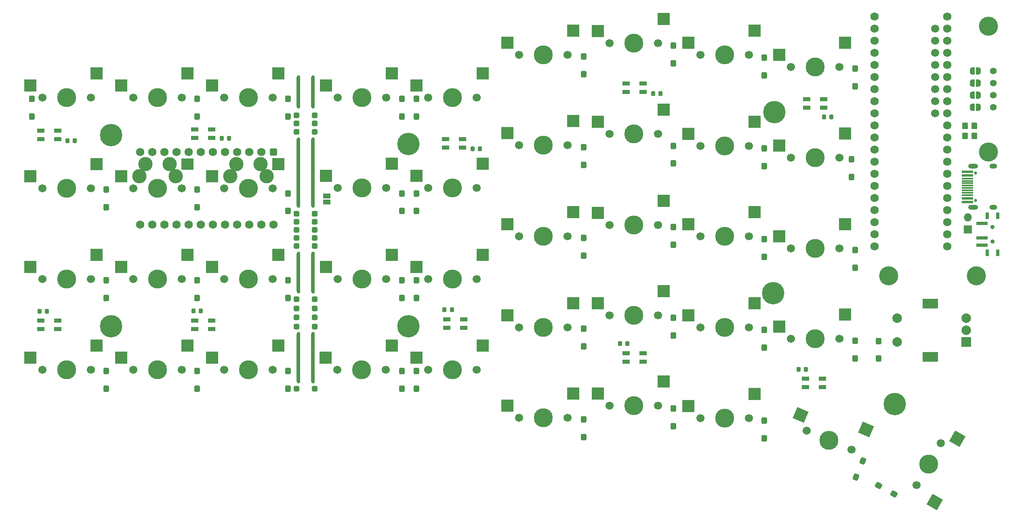
<source format=gbr>
G04 #@! TF.GenerationSoftware,KiCad,Pcbnew,(6.0.6)*
G04 #@! TF.CreationDate,2022-08-01T11:52:36+07:00*
G04 #@! TF.ProjectId,SofleKeyboard,536f666c-654b-4657-9962-6f6172642e6b,rev?*
G04 #@! TF.SameCoordinates,Original*
G04 #@! TF.FileFunction,Soldermask,Bot*
G04 #@! TF.FilePolarity,Negative*
%FSLAX46Y46*%
G04 Gerber Fmt 4.6, Leading zero omitted, Abs format (unit mm)*
G04 Created by KiCad (PCBNEW (6.0.6)) date 2022-08-01 11:52:36*
%MOMM*%
%LPD*%
G01*
G04 APERTURE LIST*
G04 Aperture macros list*
%AMRoundRect*
0 Rectangle with rounded corners*
0 $1 Rounding radius*
0 $2 $3 $4 $5 $6 $7 $8 $9 X,Y pos of 4 corners*
0 Add a 4 corners polygon primitive as box body*
4,1,4,$2,$3,$4,$5,$6,$7,$8,$9,$2,$3,0*
0 Add four circle primitives for the rounded corners*
1,1,$1+$1,$2,$3*
1,1,$1+$1,$4,$5*
1,1,$1+$1,$6,$7*
1,1,$1+$1,$8,$9*
0 Add four rect primitives between the rounded corners*
20,1,$1+$1,$2,$3,$4,$5,0*
20,1,$1+$1,$4,$5,$6,$7,0*
20,1,$1+$1,$6,$7,$8,$9,0*
20,1,$1+$1,$8,$9,$2,$3,0*%
%AMRotRect*
0 Rectangle, with rotation*
0 The origin of the aperture is its center*
0 $1 length*
0 $2 width*
0 $3 Rotation angle, in degrees counterclockwise*
0 Add horizontal line*
21,1,$1,$2,0,0,$3*%
%AMFreePoly0*
4,1,22,0.500000,-0.750000,0.000000,-0.750000,0.000000,-0.745033,-0.079941,-0.743568,-0.215256,-0.701293,-0.333266,-0.622738,-0.424486,-0.514219,-0.481581,-0.384460,-0.499164,-0.250000,-0.500000,-0.250000,-0.500000,0.250000,-0.499164,0.250000,-0.499963,0.256109,-0.478152,0.396186,-0.417904,0.524511,-0.324060,0.630769,-0.204165,0.706417,-0.067858,0.745374,0.000000,0.744959,0.000000,0.750000,
0.500000,0.750000,0.500000,-0.750000,0.500000,-0.750000,$1*%
%AMFreePoly1*
4,1,20,0.000000,0.744959,0.073905,0.744508,0.209726,0.703889,0.328688,0.626782,0.421226,0.519385,0.479903,0.390333,0.500000,0.250000,0.500000,-0.250000,0.499851,-0.262216,0.476331,-0.402017,0.414519,-0.529596,0.319384,-0.634700,0.198574,-0.708877,0.061801,-0.746166,0.000000,-0.745033,0.000000,-0.750000,-0.500000,-0.750000,-0.500000,0.750000,0.000000,0.750000,0.000000,0.744959,
0.000000,0.744959,$1*%
G04 Aperture macros list end*
%ADD10C,4.700000*%
%ADD11C,1.701800*%
%ADD12C,3.987800*%
%ADD13C,1.700000*%
%ADD14R,2.550000X2.500000*%
%ADD15RotRect,2.550000X2.500000X240.000000*%
%ADD16RotRect,2.550000X2.500000X337.000000*%
%ADD17C,4.000000*%
%ADD18C,3.000000*%
%ADD19R,2.550000X2.350000*%
%ADD20RoundRect,0.300000X0.300000X0.300000X-0.300000X0.300000X-0.300000X-0.300000X0.300000X-0.300000X0*%
%ADD21O,0.762000X14.750000*%
%ADD22C,1.752600*%
%ADD23R,1.600000X0.850000*%
%ADD24O,0.762000X8.800000*%
%ADD25C,0.650000*%
%ADD26O,2.100000X1.000000*%
%ADD27O,1.600000X1.000000*%
%ADD28O,0.762000X7.000000*%
%ADD29C,0.900000*%
%ADD30C,1.400000*%
%ADD31R,1.700000X1.700000*%
%ADD32O,1.700000X1.700000*%
%ADD33RoundRect,0.250000X0.350000X0.450000X-0.350000X0.450000X-0.350000X-0.450000X0.350000X-0.450000X0*%
%ADD34O,0.762000X10.800000*%
%ADD35R,2.000000X2.000000*%
%ADD36C,2.000000*%
%ADD37R,3.200000X2.000000*%
%ADD38RoundRect,0.300000X0.300000X-0.395000X0.300000X0.395000X-0.300000X0.395000X-0.300000X-0.395000X0*%
%ADD39RoundRect,0.300000X-0.300000X0.395000X-0.300000X-0.395000X0.300000X-0.395000X0.300000X0.395000X0*%
%ADD40FreePoly0,0.000000*%
%ADD41FreePoly1,0.000000*%
%ADD42RoundRect,0.300000X0.121813X-0.480819X0.430490X0.246380X-0.121813X0.480819X-0.430490X-0.246380X0*%
%ADD43RoundRect,0.300000X-0.121813X0.480819X-0.430490X-0.246380X0.121813X-0.480819X0.430490X0.246380X0*%
%ADD44RoundRect,0.400000X0.400000X0.400000X-0.400000X0.400000X-0.400000X-0.400000X0.400000X-0.400000X0*%
%ADD45RoundRect,0.225000X-0.225000X-0.250000X0.225000X-0.250000X0.225000X0.250000X-0.225000X0.250000X0*%
%ADD46RoundRect,0.225000X0.225000X0.250000X-0.225000X0.250000X-0.225000X-0.250000X0.225000X-0.250000X0*%
%ADD47R,1.500000X1.000000*%
%ADD48R,0.800000X1.422000*%
%ADD49R,2.368000X0.700000*%
%ADD50R,2.362600X0.600000*%
%ADD51R,2.366000X0.300000*%
%ADD52R,2.366000X0.305000*%
%ADD53RoundRect,0.300000X-0.492080X-0.062308X0.192080X-0.457308X0.492080X0.062308X-0.192080X0.457308X0*%
%ADD54RoundRect,0.300000X0.492080X0.062308X-0.192080X0.457308X-0.492080X-0.062308X0.192080X-0.457308X0*%
G04 APERTURE END LIST*
D10*
X208838800Y-58521600D03*
X132125141Y-65166580D03*
X208625140Y-96466581D03*
X132125141Y-103466580D03*
X234125140Y-119766581D03*
D11*
X212345141Y-48956580D03*
D12*
X217425141Y-48956580D03*
D13*
X222505141Y-48956580D03*
D14*
X209865141Y-46416580D03*
X223715141Y-43876580D03*
D13*
X203505140Y-46456582D03*
D11*
X193345140Y-46456582D03*
D12*
X198425140Y-46456582D03*
D14*
X190865140Y-43916582D03*
X204715140Y-41376582D03*
D13*
X184505140Y-43966580D03*
D11*
X174345140Y-43966580D03*
D12*
X179425140Y-43966580D03*
D14*
X171865140Y-41426580D03*
X185715140Y-38886580D03*
D13*
X165505141Y-46456581D03*
D12*
X160425141Y-46456581D03*
D11*
X155345141Y-46456581D03*
D14*
X152865141Y-43916581D03*
X166715141Y-41376581D03*
D12*
X141425140Y-55456582D03*
D11*
X136345140Y-55456582D03*
D13*
X146505140Y-55456582D03*
D14*
X133865140Y-52916582D03*
X147715140Y-50376582D03*
D11*
X117345140Y-55456581D03*
D13*
X127505140Y-55456581D03*
D12*
X122425140Y-55456581D03*
D14*
X114865140Y-52916581D03*
X128715140Y-50376581D03*
D12*
X217425141Y-68056582D03*
D11*
X212345141Y-68056582D03*
D13*
X222505141Y-68056582D03*
D14*
X209865141Y-65516582D03*
X223715141Y-62976582D03*
D11*
X193345141Y-65556580D03*
D13*
X203505141Y-65556580D03*
D12*
X198425141Y-65556580D03*
D14*
X190865141Y-63016580D03*
X204715141Y-60476580D03*
D12*
X179425140Y-63056582D03*
D13*
X184505140Y-63056582D03*
D11*
X174345140Y-63056582D03*
D14*
X171865140Y-60516582D03*
X185715140Y-57976582D03*
D12*
X160425140Y-65456582D03*
D11*
X155345140Y-65456582D03*
D13*
X165505140Y-65456582D03*
D14*
X152865140Y-62916582D03*
X166715140Y-60376582D03*
D13*
X146505140Y-74356582D03*
D12*
X141425140Y-74356582D03*
D11*
X136345140Y-74356582D03*
D14*
X133865140Y-71816582D03*
X147715140Y-69276582D03*
D13*
X127505140Y-74356582D03*
D12*
X122425140Y-74356582D03*
D11*
X117345140Y-74356582D03*
D14*
X114865140Y-71816582D03*
X128715140Y-69276582D03*
D12*
X217425141Y-87056580D03*
D13*
X222505141Y-87056580D03*
D11*
X212345141Y-87056580D03*
D14*
X209865141Y-84516580D03*
X223715141Y-81976580D03*
D11*
X193345140Y-84556582D03*
D12*
X198425140Y-84556582D03*
D13*
X203505140Y-84556582D03*
D14*
X190865140Y-82016582D03*
X204715140Y-79476582D03*
D11*
X174345140Y-82156582D03*
D12*
X179425140Y-82156582D03*
D13*
X184505140Y-82156582D03*
D14*
X171865140Y-79616582D03*
X185715140Y-77076582D03*
D13*
X165505141Y-84556581D03*
D11*
X155345141Y-84556581D03*
D12*
X160425141Y-84556581D03*
D14*
X152865141Y-82016581D03*
X166715141Y-79476581D03*
D12*
X141425140Y-93556582D03*
D11*
X136345140Y-93556582D03*
D13*
X146505140Y-93556582D03*
D14*
X133865140Y-91016582D03*
X147715140Y-88476582D03*
D11*
X117345140Y-93556580D03*
D12*
X122425140Y-93556580D03*
D13*
X127505140Y-93556580D03*
D14*
X114865140Y-91016580D03*
X128715140Y-88476580D03*
D11*
X212345141Y-106056581D03*
D12*
X217425141Y-106056581D03*
D13*
X222505141Y-106056581D03*
D14*
X209865141Y-103516581D03*
X223715141Y-100976581D03*
D11*
X193345141Y-103656580D03*
D12*
X198425141Y-103656580D03*
D13*
X203505141Y-103656580D03*
D14*
X190865141Y-101116580D03*
X204715141Y-98576580D03*
D11*
X174345140Y-101156582D03*
D12*
X179425140Y-101156582D03*
D13*
X184505140Y-101156582D03*
D14*
X171865140Y-98616582D03*
X185715140Y-96076582D03*
D13*
X165505140Y-103656581D03*
D12*
X160425140Y-103656581D03*
D11*
X155345140Y-103656581D03*
D14*
X152865140Y-101116581D03*
X166715140Y-98576581D03*
D12*
X141425140Y-112556582D03*
D13*
X146505140Y-112556582D03*
D11*
X136345140Y-112556582D03*
D14*
X133865140Y-110016582D03*
X147715140Y-107476582D03*
D12*
X122375141Y-112556582D03*
D11*
X117295141Y-112556582D03*
D13*
X127455141Y-112556582D03*
D14*
X114815141Y-110016582D03*
X128665141Y-107476582D03*
D12*
X241225141Y-132366580D03*
D13*
X238685141Y-136765989D03*
D11*
X243765141Y-127967171D03*
D15*
X247204846Y-127089428D03*
X242479550Y-140353880D03*
D12*
X220325140Y-127356582D03*
D11*
X215648975Y-125371668D03*
D13*
X225001305Y-129341496D03*
D16*
X214358580Y-122064572D03*
X228100030Y-125138116D03*
D12*
X198425140Y-122756581D03*
D11*
X193345140Y-122756581D03*
D13*
X203505140Y-122756581D03*
D14*
X190865140Y-120216581D03*
X204715140Y-117676581D03*
D13*
X184505140Y-120156582D03*
D11*
X174345140Y-120156582D03*
D12*
X179425140Y-120156582D03*
D14*
X171865140Y-117616582D03*
X185715140Y-115076582D03*
D17*
X232795140Y-92848580D03*
D12*
X160425141Y-122656581D03*
D13*
X165505141Y-122656581D03*
D11*
X155345141Y-122656581D03*
D14*
X152865141Y-120116581D03*
X166715141Y-117576581D03*
D17*
X251243141Y-92848582D03*
D18*
X82102640Y-69426582D03*
D11*
X74482640Y-74506582D03*
D18*
X77022640Y-69426582D03*
D11*
X84642640Y-74506582D03*
D12*
X79562640Y-74506582D03*
D18*
X75752640Y-71966582D03*
X83372640Y-71966582D03*
D14*
X72002640Y-71966582D03*
D19*
X85852640Y-69426582D03*
D13*
X103692641Y-55456582D03*
D11*
X93532641Y-55456582D03*
D12*
X98612641Y-55456582D03*
D14*
X91052641Y-52916582D03*
X104902641Y-50376582D03*
D20*
X108712000Y-62611000D03*
D21*
X109093000Y-71212500D03*
D22*
X229907140Y-38416581D03*
X229907140Y-40956581D03*
X229907140Y-43496581D03*
X229907140Y-46036581D03*
X229907140Y-48576581D03*
X229907140Y-51116581D03*
X229907140Y-53656581D03*
X229907140Y-56196581D03*
X229907140Y-58736581D03*
X229907140Y-61276581D03*
X229907140Y-63816581D03*
X229907140Y-66356581D03*
X229907140Y-68896581D03*
X229907140Y-71436581D03*
X229907140Y-73976581D03*
X229907140Y-76516581D03*
X229907140Y-79056581D03*
X229907140Y-81596581D03*
X229907140Y-84136581D03*
X229907140Y-86676581D03*
X245147140Y-38416581D03*
X245147140Y-40956581D03*
X245147140Y-43496581D03*
X245147140Y-46036581D03*
X245147140Y-48576581D03*
X245147140Y-51116581D03*
X245147140Y-53656581D03*
X245147140Y-56196581D03*
X245147140Y-58736581D03*
X245147140Y-61276581D03*
X245147140Y-63816581D03*
X245147140Y-66356581D03*
X245147140Y-68896581D03*
X245147140Y-71436581D03*
X245147140Y-73976581D03*
X245147140Y-76516581D03*
X245147140Y-79056581D03*
X245147140Y-81596581D03*
X245147140Y-84136581D03*
X245147140Y-86676581D03*
D20*
X108712000Y-79814000D03*
D23*
X55146000Y-102249000D03*
X58646000Y-103999000D03*
X55146000Y-103999000D03*
X58646000Y-102249000D03*
D11*
X55432641Y-74506581D03*
D12*
X60512641Y-74506581D03*
D13*
X65592641Y-74506581D03*
D14*
X52952641Y-71966581D03*
X66802641Y-69426581D03*
D20*
X112522000Y-99730480D03*
D23*
X140236000Y-101995000D03*
X143736000Y-103745000D03*
X140236000Y-103745000D03*
X143736000Y-101995000D03*
D20*
X112522000Y-97790000D03*
X108712000Y-99730480D03*
D21*
X112141000Y-71212500D03*
D20*
X108712000Y-84914000D03*
X112522000Y-79814000D03*
D24*
X109093000Y-92202000D03*
D18*
X101152641Y-69426581D03*
X96072641Y-69426581D03*
D11*
X93532641Y-74506581D03*
D18*
X94802641Y-71966581D03*
X102422641Y-71966581D03*
D12*
X98612641Y-74506581D03*
D11*
X103692641Y-74506581D03*
D14*
X91052641Y-71966581D03*
X104902641Y-69426581D03*
D17*
X253714000Y-66856580D03*
D23*
X177828000Y-109107000D03*
X181328000Y-110857000D03*
X177828000Y-110857000D03*
X181328000Y-109107000D03*
D20*
X108712000Y-86614000D03*
X108712000Y-103505000D03*
D13*
X242607140Y-58724800D03*
X242607140Y-56184800D03*
X242607140Y-53644800D03*
X242607140Y-51104800D03*
X242607140Y-48564800D03*
X242607140Y-46024800D03*
X242607140Y-43484800D03*
X242607140Y-40944800D03*
D11*
X93532641Y-112606581D03*
D12*
X98612641Y-112606581D03*
D13*
X103692641Y-112606581D03*
D14*
X91052641Y-110066581D03*
X104902641Y-107526581D03*
D20*
X108712000Y-81514000D03*
D25*
X251063290Y-71280000D03*
X251063290Y-77060000D03*
D26*
X250563290Y-69850000D03*
D27*
X254743290Y-78490000D03*
X254743290Y-69850000D03*
D26*
X250563290Y-78490000D03*
D20*
X108712000Y-59182000D03*
D12*
X79562641Y-55456580D03*
D13*
X84642641Y-55456580D03*
D11*
X74482641Y-55456580D03*
D14*
X72002641Y-52916580D03*
X85852641Y-50376580D03*
D20*
X108712000Y-83214000D03*
D28*
X109093000Y-54229000D03*
D20*
X112522000Y-60858293D03*
X112522000Y-116563182D03*
X108712000Y-60858293D03*
D13*
X65592641Y-112606581D03*
D12*
X60512641Y-112606581D03*
D11*
X55432641Y-112606581D03*
D14*
X52952641Y-110066581D03*
X66802641Y-107526581D03*
D10*
X69850000Y-103466580D03*
D23*
X58646000Y-64121000D03*
X55146000Y-62371000D03*
X58646000Y-62371000D03*
X55146000Y-64121000D03*
D20*
X112522000Y-62611000D03*
D23*
X90904000Y-63867000D03*
X87404000Y-62117000D03*
X90904000Y-62117000D03*
X87404000Y-63867000D03*
D29*
X254621141Y-85636580D03*
X254621141Y-82636580D03*
D20*
X108712000Y-97790000D03*
D13*
X65592641Y-55456582D03*
D11*
X55432641Y-55456582D03*
D12*
X60512641Y-55456582D03*
D14*
X52952641Y-52916582D03*
X66802641Y-50376582D03*
D20*
X108712000Y-101600000D03*
X112522000Y-83214000D03*
D23*
X215420000Y-114441000D03*
X218920000Y-116191000D03*
X215420000Y-116191000D03*
X218920000Y-114441000D03*
D13*
X65592641Y-93556582D03*
D11*
X55432641Y-93556582D03*
D12*
X60512641Y-93556582D03*
D14*
X52952641Y-91016582D03*
X66802641Y-88476582D03*
D20*
X112522000Y-103505000D03*
D11*
X74482640Y-112606582D03*
D12*
X79562640Y-112606582D03*
D13*
X84642640Y-112606582D03*
D14*
X72002640Y-110066582D03*
X85852640Y-107526582D03*
D20*
X112522000Y-81514000D03*
X112522000Y-101600000D03*
D28*
X112141000Y-54229000D03*
D10*
X69850000Y-63296800D03*
D30*
X254774000Y-49846580D03*
X254774000Y-52386580D03*
X254774000Y-54926580D03*
X254774000Y-57466580D03*
D20*
X112522000Y-86614000D03*
D23*
X143482000Y-65899000D03*
X139982000Y-64149000D03*
X143482000Y-64149000D03*
X139982000Y-65899000D03*
D20*
X112522000Y-59182000D03*
D23*
X219174000Y-57517000D03*
X215674000Y-55767000D03*
X219174000Y-55767000D03*
X215674000Y-57517000D03*
D20*
X112522000Y-84914000D03*
D23*
X87404000Y-102249000D03*
X90904000Y-103999000D03*
X87404000Y-103999000D03*
X90904000Y-102249000D03*
X181328000Y-54215000D03*
X177828000Y-52465000D03*
X181328000Y-52465000D03*
X177828000Y-54215000D03*
D24*
X112141000Y-92202000D03*
D13*
X103692641Y-93556582D03*
D12*
X98612641Y-93556582D03*
D11*
X93532641Y-93556582D03*
D14*
X91052641Y-91016582D03*
X104902641Y-88476582D03*
D11*
X74482641Y-93556582D03*
D12*
X79562641Y-93556582D03*
D13*
X84642641Y-93556582D03*
D14*
X72002641Y-91016582D03*
X85852641Y-88476582D03*
D20*
X108712000Y-116563182D03*
D31*
X249428000Y-83125582D03*
D32*
X249428000Y-80585582D03*
D33*
X250809000Y-61341000D03*
X248809000Y-61341000D03*
D34*
X112141000Y-110034091D03*
D17*
X253714000Y-40456580D03*
D33*
X250809000Y-63500000D03*
X248809000Y-63500000D03*
D34*
X109093000Y-110034091D03*
D35*
X249091140Y-106778582D03*
D36*
X249091140Y-101778582D03*
X249091140Y-104278582D03*
D37*
X241591140Y-98678582D03*
X241591140Y-109878582D03*
D36*
X234591140Y-101778582D03*
X234591140Y-106778582D03*
D38*
X225843141Y-91163180D03*
D39*
X225843141Y-87473180D03*
D38*
X130847141Y-59413181D03*
D39*
X130847141Y-55723181D03*
D38*
X106971141Y-116563180D03*
D39*
X106971141Y-112873180D03*
D38*
X187743141Y-48237182D03*
D39*
X187743141Y-44547182D03*
D40*
X250339140Y-54926582D03*
D41*
X251639140Y-54926582D03*
D38*
X130847141Y-97513181D03*
D39*
X130847141Y-93823181D03*
D38*
X106971141Y-79238800D03*
D39*
X106971141Y-75548800D03*
D38*
X230733600Y-110236000D03*
D39*
X230733600Y-106546000D03*
D42*
X225992588Y-135108474D03*
D43*
X227434386Y-131711811D03*
D22*
X83566000Y-66886581D03*
X78486000Y-66886581D03*
X81026000Y-66886581D03*
X78486000Y-82126581D03*
X75946000Y-82126581D03*
X75946000Y-66886581D03*
X86106000Y-82126581D03*
X91186000Y-82126581D03*
X93726000Y-82126581D03*
X101346000Y-82126581D03*
X103886000Y-82126581D03*
X88646000Y-82126581D03*
X83566000Y-82126581D03*
X81026000Y-82126581D03*
X93726000Y-66886581D03*
X91186000Y-66886581D03*
X88646000Y-66886581D03*
X86106000Y-66886581D03*
X101346000Y-66886581D03*
X98806000Y-82126581D03*
X96266000Y-82126581D03*
D44*
X103886000Y-66886581D03*
D22*
X98806000Y-66886581D03*
X96266000Y-66886581D03*
D38*
X133858000Y-79238800D03*
D39*
X133858000Y-75548800D03*
D38*
X133858000Y-97513181D03*
D39*
X133858000Y-93823181D03*
D38*
X87921140Y-97513182D03*
D39*
X87921140Y-93823182D03*
D38*
X168947140Y-69573182D03*
D39*
X168947140Y-65883182D03*
D45*
X145630600Y-66192400D03*
X147180600Y-66192400D03*
D38*
X130847141Y-79238800D03*
D39*
X130847141Y-75548800D03*
D46*
X56401000Y-100330000D03*
X54851000Y-100330000D03*
D38*
X206793140Y-69827182D03*
D39*
X206793140Y-66137182D03*
D46*
X178067000Y-107086400D03*
X176517000Y-107086400D03*
D45*
X60693000Y-64516000D03*
X62243000Y-64516000D03*
D38*
X225044000Y-72113182D03*
D39*
X225044000Y-68423182D03*
D38*
X206793141Y-126977180D03*
D39*
X206793141Y-123287180D03*
D38*
X168947141Y-50523181D03*
D39*
X168947141Y-46833181D03*
D38*
X87921140Y-78463182D03*
D39*
X87921140Y-74773182D03*
D38*
X106971140Y-97513182D03*
D39*
X106971140Y-93823182D03*
D45*
X93052600Y-64008000D03*
X94602600Y-64008000D03*
D38*
X168947141Y-126723180D03*
D39*
X168947141Y-123033180D03*
D38*
X187743141Y-69256600D03*
D39*
X187743141Y-65566600D03*
D38*
X225843141Y-110213182D03*
D39*
X225843141Y-106523182D03*
D45*
X219290600Y-59486800D03*
X220840600Y-59486800D03*
X183476600Y-54559200D03*
X185026600Y-54559200D03*
D47*
X115062000Y-76058000D03*
X115062000Y-77358000D03*
D38*
X53213000Y-59413182D03*
D39*
X53213000Y-55723182D03*
D38*
X68871140Y-97513182D03*
D39*
X68871140Y-93823182D03*
D38*
X130847141Y-116563182D03*
D39*
X130847141Y-112873182D03*
D46*
X215506600Y-112471200D03*
X213956600Y-112471200D03*
D38*
X87921140Y-59413181D03*
D39*
X87921140Y-55723181D03*
D29*
X254621141Y-85636580D03*
D48*
X253511141Y-80275580D03*
X255721141Y-87997580D03*
X253511141Y-87997580D03*
D29*
X254621141Y-82636580D03*
D48*
X255721141Y-80275580D03*
D49*
X252427141Y-81886580D03*
X252427141Y-84886580D03*
X252427141Y-86386580D03*
D40*
X250339141Y-52386581D03*
D41*
X251639141Y-52386581D03*
D40*
X250339140Y-49846582D03*
D41*
X251639140Y-49846582D03*
D46*
X88659000Y-100203000D03*
X87109000Y-100203000D03*
D38*
X68871141Y-78463181D03*
D39*
X68871141Y-74773181D03*
D38*
X206793140Y-107927182D03*
D39*
X206793140Y-104237182D03*
D38*
X187743141Y-86337182D03*
D39*
X187743141Y-82647182D03*
D38*
X206793141Y-50777180D03*
D39*
X206793141Y-47087180D03*
D38*
X225843140Y-53063182D03*
D39*
X225843140Y-49373182D03*
D38*
X106971141Y-59413182D03*
D39*
X106971141Y-55723182D03*
D38*
X206793141Y-88877180D03*
D39*
X206793141Y-85187180D03*
D38*
X87921141Y-116563180D03*
D39*
X87921141Y-112873180D03*
D38*
X168947140Y-107673182D03*
D39*
X168947140Y-103983182D03*
D46*
X141287800Y-99974400D03*
X139737800Y-99974400D03*
D38*
X68871141Y-116563180D03*
D39*
X68871141Y-112873180D03*
D25*
X251063290Y-71280000D03*
X251063290Y-77060000D03*
D50*
X249350290Y-70970000D03*
X249350290Y-71770000D03*
D51*
X249358690Y-72920000D03*
X249358690Y-73920000D03*
X249358690Y-74420000D03*
X249358690Y-75420000D03*
D50*
X249350290Y-76570000D03*
X249350290Y-77370000D03*
X249350290Y-77370000D03*
X249350290Y-76570000D03*
D51*
X249358690Y-75920000D03*
X249358690Y-74920000D03*
X249358690Y-73420000D03*
D52*
X249358690Y-72420000D03*
D50*
X249350290Y-71770000D03*
X249350290Y-70970000D03*
D26*
X250563290Y-69850000D03*
D27*
X254743290Y-69850000D03*
X254743290Y-78490000D03*
D26*
X250563290Y-78490000D03*
D53*
X230708200Y-136855200D03*
D54*
X233903834Y-138700200D03*
D40*
X250339141Y-57466582D03*
D41*
X251639141Y-57466582D03*
D38*
X133858000Y-116563182D03*
D39*
X133858000Y-112873182D03*
D38*
X187743141Y-124437182D03*
D39*
X187743141Y-120747182D03*
D38*
X187743141Y-105387181D03*
D39*
X187743141Y-101697181D03*
D38*
X133858000Y-59413180D03*
D39*
X133858000Y-55723180D03*
D38*
X168947141Y-88623180D03*
D39*
X168947141Y-84933180D03*
M02*

</source>
